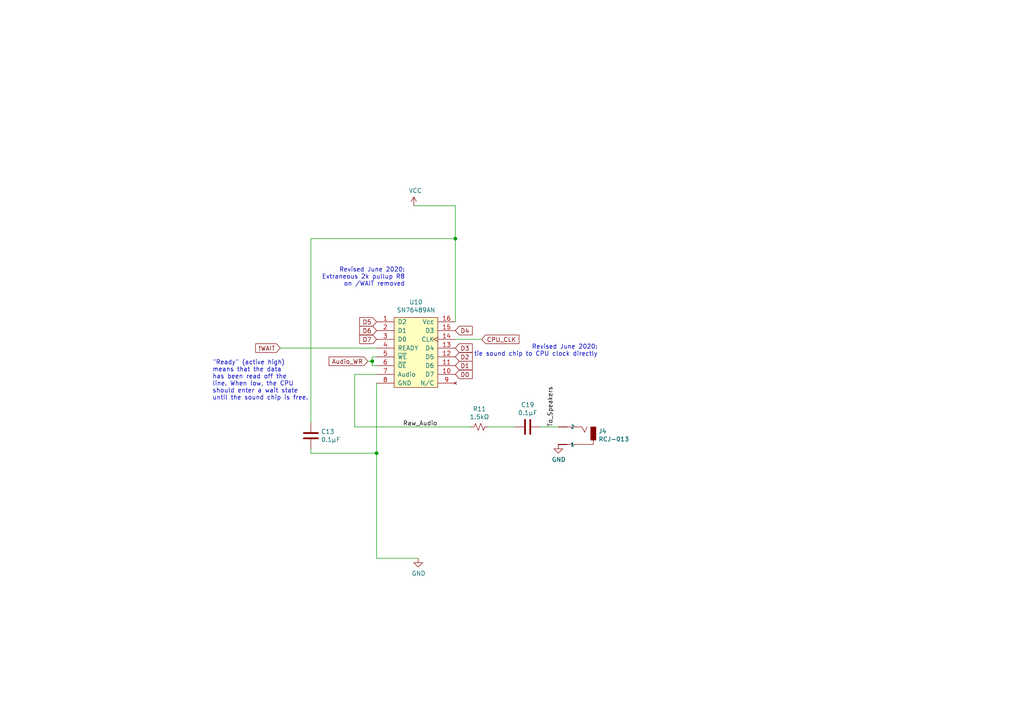
<source format=kicad_sch>
(kicad_sch (version 20230121) (generator eeschema)
  (paper "A4")
  (lib_symbols
    (symbol "Device:C" (pin_numbers hide) (pin_names (offset 0.254))
      (property "Reference" "C" (at 0.635 2.54 0))
      (property "Value" "C" (at 0.635 -2.54 0))
      (symbol "C_0_1"
        (polyline (pts (xy -2.032 -0.762) (xy 2.032 -0.762)) (stroke (width 0.508)))
        (polyline (pts (xy -2.032 0.762) (xy 2.032 0.762)) (stroke (width 0.508)))
      )
      (symbol "C_1_1"
        (pin passive line (at 0 3.81 270) (length 2.794) (name "~") (number "1"))
        (pin passive line (at 0 -3.81 90) (length 2.794) (name "~") (number "2"))
      )
    )
    (symbol "Device:R_Small_US" (pin_numbers hide) (pin_names (offset 0.254) hide)
      (property "Reference" "R" (at 0.762 0.508 0))
      (property "Value" "R_Small_US" (at 0.762 -1.016 0))
      (symbol "R_Small_US_1_1"
        (polyline (pts (xy 0 0) (xy 1.016 -0.381) (xy 0 -0.762) (xy -1.016 -1.143) (xy 0 -1.524)))
        (polyline (pts (xy 0 1.524) (xy 1.016 1.143) (xy 0 0.762) (xy -1.016 0.381) (xy 0 0)))
        (pin passive line (at 0 2.54 270) (length 1.016) (name "~") (number "1"))
        (pin passive line (at 0 -2.54 90) (length 1.016) (name "~") (number "2"))
      )
    )
    (symbol "LeakoChips:SN76489AN" (pin_names (offset 1.016))
      (property "Reference" "U" (at 0 13.97 0))
      (property "Value" "SN76489AN" (at 0 11.43 0))
      (symbol "SN76489AN_0_1"
        (rectangle (start -6.35 10.16) (end 6.35 -10.16) (fill (type background)))
      )
      (symbol "SN76489AN_1_1"
        (pin input line (at -11.43 8.89 0) (length 5.08) (name "D2") (number "1"))
        (pin input line (at 11.43 -6.35 180) (length 5.08) (name "D7") (number "10"))
        (pin input line (at 11.43 -3.81 180) (length 5.08) (name "D6") (number "11"))
        (pin input line (at 11.43 -1.27 180) (length 5.08) (name "D5") (number "12"))
        (pin input line (at 11.43 1.27 180) (length 5.08) (name "D4") (number "13"))
        (pin input clock (at 11.43 3.81 180) (length 5.08) (name "CLK") (number "14"))
        (pin input line (at 11.43 6.35 180) (length 5.08) (name "D3") (number "15"))
        (pin power_in line (at 11.43 8.89 180) (length 5.08) (name "Vcc") (number "16"))
        (pin input line (at -11.43 6.35 0) (length 5.08) (name "D1") (number "2"))
        (pin input line (at -11.43 3.81 0) (length 5.08) (name "D0") (number "3"))
        (pin input line (at -11.43 1.27 0) (length 5.08) (name "READY") (number "4"))
        (pin input line (at -11.43 -1.27 0) (length 5.08) (name "~{WE}") (number "5"))
        (pin input line (at -11.43 -3.81 0) (length 5.08) (name "~{OE}") (number "6"))
        (pin output line (at -11.43 -6.35 0) (length 5.08) (name "Audio") (number "7"))
        (pin power_in line (at -11.43 -8.89 0) (length 5.08) (name "GND") (number "8"))
        (pin no_connect line (at 11.43 -8.89 180) (length 5.08) (name "N/C") (number "9"))
      )
    )
    (symbol "RCJ-017:RCJ-017" (pin_numbers hide) (pin_names (offset 1.016))
      (property "Reference" "J" (at -2.54 3.81 0))
      (property "Value" "RCJ-017" (at -2.54 -6.35 0))
      (symbol "RCJ-017_0_0"
        (rectangle (start -3.302 -2.54) (end -1.778 1.27) (fill (type outline)))
        (polyline (pts (xy -2.54 2.54) (xy -2.54 1.27)) (stroke (width 0.1524)))
        (polyline (pts (xy 0 -1.016) (xy -0.762 -2.54)) (stroke (width 0.1524)))
        (polyline (pts (xy 0.762 -2.54) (xy 0 -1.016)) (stroke (width 0.1524)))
        (polyline (pts (xy 2.54 -2.54) (xy 0.762 -2.54)) (stroke (width 0.1524)))
        (polyline (pts (xy 5.08 -2.54) (xy 2.54 -2.54)) (stroke (width 0.1524)))
        (polyline (pts (xy 5.08 2.54) (xy -2.54 2.54)) (stroke (width 0.1524)))
        (pin passive line (at 7.62 2.54 180) (length 2.54) (name "1") (number "1A"))
        (pin passive line (at 7.62 2.54 180) (length 2.54) (name "1") (number "1B"))
        (pin passive line (at 7.62 2.54 180) (length 2.54) (name "1") (number "1C"))
        (pin passive line (at 7.62 -2.54 180) (length 2.54) (name "2") (number "2"))
      )
    )
    (symbol "power:GND" (power) (pin_names (offset 0))
      (property "Value" "GND" (at 0 -3.81 0))
      (symbol "GND_0_1"
        (polyline (pts (xy 0 0) (xy 0 -1.27) (xy 1.27 -1.27) (xy 0 -2.54) (xy -1.27 -1.27) (xy 0 -1.27)))
      )
      (symbol "GND_1_1"
        (pin power_in line (at 0 0 270) (length 0) hide (name "GND") (number "1"))
      )
    )
    (symbol "power:VCC" (power) (pin_names (offset 0))
      (property "Value" "VCC" (at 0 3.81 0))
      (symbol "VCC_0_1"
        (polyline (pts (xy -0.762 1.27) (xy 0 2.54)))
        (polyline (pts (xy 0 0) (xy 0 2.54)))
        (polyline (pts (xy 0 2.54) (xy 0.762 1.27)))
      )
      (symbol "VCC_1_1"
        (pin power_in line (at 0 0 90) (length 0) hide (name "VCC") (number "1"))
      )
    )
  )
  (junction (at 132.08 69.215))
  (junction (at 107.95 104.775))
  (junction (at 109.22 131.445))
  (wire (pts (xy 90.17 69.215) (xy 90.17 122.555)))
  (wire (pts (xy 132.08 59.69) (xy 120.015 59.69)))
  (wire (pts (xy 109.22 106.045) (xy 107.95 106.045)))
  (wire (pts (xy 109.22 108.585) (xy 102.87 108.585)))
  (wire (pts (xy 109.22 111.125) (xy 109.22 131.445)))
  (wire (pts (xy 132.08 98.425) (xy 139.7 98.425)))
  (wire (pts (xy 107.95 106.045) (xy 107.95 104.775)))
  (wire (pts (xy 90.17 69.215) (xy 132.08 69.215)))
  (wire (pts (xy 109.22 161.925) (xy 121.285 161.925)))
  (wire (pts (xy 161.925 123.825) (xy 156.845 123.825)))
  (wire (pts (xy 132.08 93.345) (xy 132.08 69.215)))
  (wire (pts (xy 90.17 130.175) (xy 90.17 131.445)))
  (wire (pts (xy 102.87 123.825) (xy 136.525 123.825)))
  (wire (pts (xy 141.605 123.825) (xy 149.225 123.825)))
  (wire (pts (xy 132.08 69.215) (xy 132.08 59.69)))
  (wire (pts (xy 109.22 131.445) (xy 109.22 161.925)))
  (wire (pts (xy 107.95 104.775) (xy 106.68 104.775)))
  (wire (pts (xy 107.95 103.505) (xy 109.22 103.505)))
  (wire (pts (xy 102.87 108.585) (xy 102.87 123.825)))
  (wire (pts (xy 107.95 104.775) (xy 107.95 103.505)))
  (wire (pts (xy 81.28 100.965) (xy 109.22 100.965)))
  (wire (pts (xy 90.17 131.445) (xy 109.22 131.445)))
  (text "\"Ready\" (active high)\nmeans that the data\nhas been read off the\nline. When low, the CPU\nshould enter a wait state\nuntil the sound chip is free." (at 61.595 116.205 0) (effects (font (size 1.27 1.27)) (justify left bottom)))
  (text "Revised June 2020:\nExtraneous 2k pullup R8\non /WAIT removed" (at 117.475 83.185 0) (effects (font (size 1.27 1.27)) (justify right bottom)))
  (text "Revised June 2020:\ntie sound chip to CPU clock directly" (at 173.355 103.505 0) (effects (font (size 1.27 1.27)) (justify right bottom)))
  (label "Raw_Audio" (at 116.84 123.825 0))
  (label "To_Speakers" (at 160.655 123.825 90))
  (global_label "D0" (shape input) (at 132.08 108.585 0) (property "Intersheetrefs" "${INTERSHEET_REFS}" (effects hide)))
  (global_label "D3" (shape input) (at 132.08 100.965 0) (property "Intersheetrefs" "${INTERSHEET_REFS}" (effects hide)))
  (global_label "CPU_CLK" (shape input) (at 139.7 98.425 0) (property "Intersheetrefs" "${INTERSHEET_REFS}" (effects hide)))
  (global_label "D5" (shape input) (at 109.22 93.345 180) (property "Intersheetrefs" "${INTERSHEET_REFS}" (effects hide)))
  (global_label "Audio_WR" (shape input) (at 106.68 104.775 180) (property "Intersheetrefs" "${INTERSHEET_REFS}" (effects hide)))
  (global_label "D1" (shape input) (at 132.08 106.045 0) (property "Intersheetrefs" "${INTERSHEET_REFS}" (effects hide)))
  (global_label "D2" (shape input) (at 132.08 103.505 0) (property "Intersheetrefs" "${INTERSHEET_REFS}" (effects hide)))
  (global_label "D7" (shape input) (at 109.22 98.425 180) (property "Intersheetrefs" "${INTERSHEET_REFS}" (effects hide)))
  (global_label "D6" (shape input) (at 109.22 95.885 180) (property "Intersheetrefs" "${INTERSHEET_REFS}" (effects hide)))
  (global_label "!WAIT" (shape input) (at 81.28 100.965 180) (property "Intersheetrefs" "${INTERSHEET_REFS}" (effects hide)))
  (global_label "D4" (shape input) (at 132.08 95.885 0) (property "Intersheetrefs" "${INTERSHEET_REFS}" (effects hide)))
  (symbol (lib_id "LeakoChips:SN76489AN") (at 120.65 102.235 0) (unit 1)
    (property "Reference" "U10" (at 120.65 87.63 0))
    (property "Value" "SN76489AN" (at 120.65 89.9414 0))
    (property "Footprint" "Housings_DIP:DIP-16_W7.62mm_Socket_LongPads" (effects hide))
    (property "DigiKey" "AE9992-ND" (effects hide))
  )
  (symbol (lib_id "power:VCC") (at 120.015 59.69 0) (unit 1)
    (property "Reference" "#PWR031" (effects hide))
    (property "Value" "VCC" (at 120.4468 55.2958 0))
  )
  (symbol (lib_id "power:GND") (at 121.285 161.925 0) (unit 1)
    (property "Reference" "#PWR032" (effects hide))
    (property "Value" "GND" (at 121.412 166.3192 0))
  )
  (symbol (lib_id "Device:C") (at 90.17 126.365 0) (unit 1)
    (property "Reference" "C13" (at 93.091 125.1966 0) (effects (justify left)))
    (property "Value" "0.1µF" (at 93.091 127.508 0) (effects (justify left)))
    (property "Footprint" "Capacitors_SMD:C_0805_HandSoldering" (effects hide))
    (property "DigiKey" "1276-1099-1-ND" (effects hide))
  )
  (symbol (lib_id "RCJ-017:RCJ-017") (at 169.545 126.365 180) (unit 1)
    (property "Reference" "J4" (at 173.5582 125.0696 0) (effects (justify right)))
    (property "Value" "RCJ-013" (at 173.5582 127.381 0) (effects (justify right)))
    (property "Footprint" "Jacks:CUI_RCJ-017" (effects hide))
    (property "Datasheet" "CUI Inc" (effects hide))
    (property "Field4" "B" (effects hide))
    (property "Field5" "Manufacturer recommendations" (effects hide))
    (property "DigiKey" "CP-1402-ND‎" (effects hide))
  )
  (symbol (lib_id "power:GND") (at 161.925 128.905 0) (unit 1)
    (property "Reference" "#PWR0113" (effects hide))
    (property "Value" "GND" (at 162.052 133.2992 0))
  )
  (symbol (lib_id "Device:R_Small_US") (at 139.065 123.825 270) (unit 1)
    (property "Reference" "R11" (at 139.065 118.618 90))
    (property "Value" "1.5kΩ" (at 139.065 120.9294 90))
    (property "Footprint" "Resistors_SMD:R_0805_HandSoldering" (effects hide))
    (property "DigiKey" "RMCF0805FT1K00CT-ND" (effects hide))
  )
  (symbol (lib_id "Device:C") (at 153.035 123.825 270) (unit 1)
    (property "Reference" "C19" (at 153.035 117.4242 90))
    (property "Value" "0.1µF" (at 153.035 119.7356 90))
    (property "Footprint" "Capacitors_SMD:C_0805_HandSoldering" (effects hide))
    (property "DigiKey" "1276-1099-1-ND" (effects hide))
  )
)
</source>
